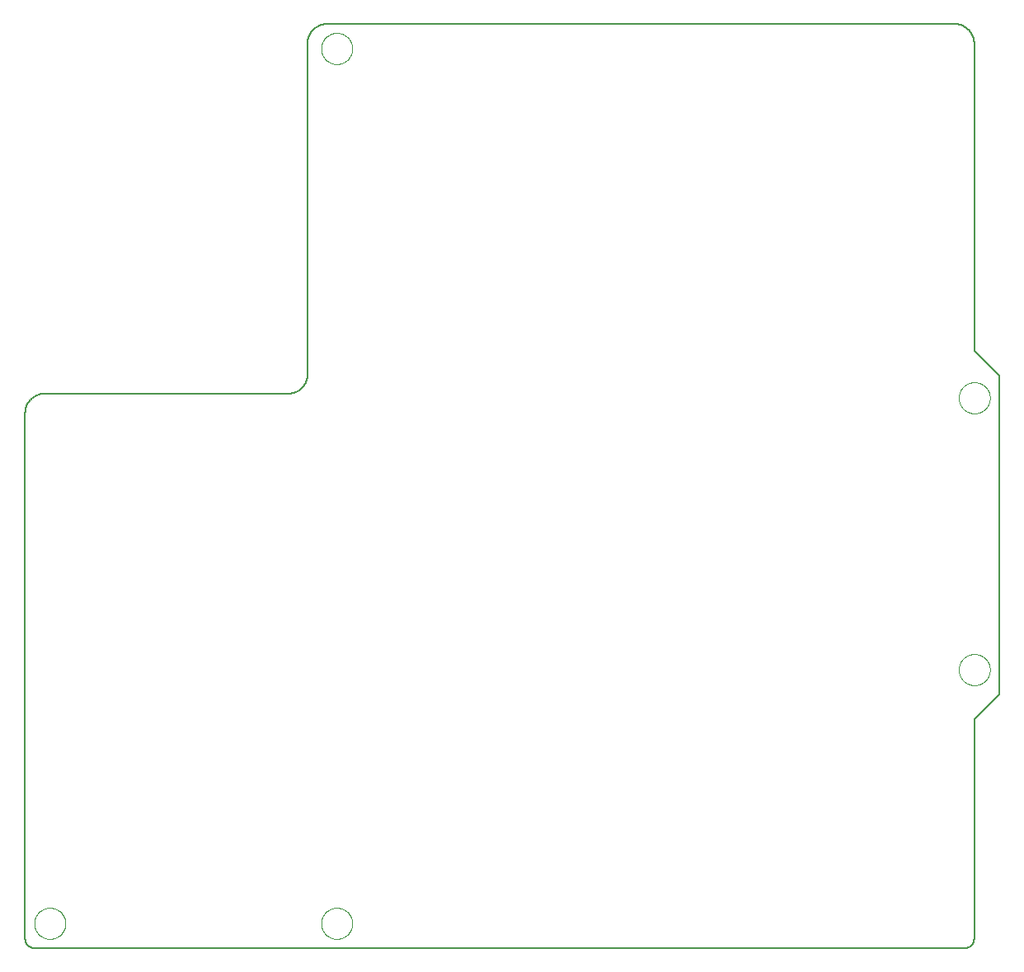
<source format=gbo>
G75*
%MOIN*%
%OFA0B0*%
%FSLAX25Y25*%
%IPPOS*%
%LPD*%
%AMOC8*
5,1,8,0,0,1.08239X$1,22.5*
%
%ADD10C,0.00591*%
%ADD11C,0.00000*%
D10*
X0001500Y0005437D02*
X0001500Y0218035D01*
X0001502Y0218225D01*
X0001509Y0218415D01*
X0001521Y0218605D01*
X0001537Y0218795D01*
X0001557Y0218984D01*
X0001583Y0219173D01*
X0001612Y0219361D01*
X0001647Y0219548D01*
X0001686Y0219734D01*
X0001729Y0219919D01*
X0001777Y0220104D01*
X0001829Y0220287D01*
X0001885Y0220468D01*
X0001946Y0220648D01*
X0002012Y0220827D01*
X0002081Y0221004D01*
X0002155Y0221180D01*
X0002233Y0221353D01*
X0002316Y0221525D01*
X0002402Y0221694D01*
X0002492Y0221862D01*
X0002587Y0222027D01*
X0002685Y0222190D01*
X0002788Y0222350D01*
X0002894Y0222508D01*
X0003004Y0222663D01*
X0003117Y0222816D01*
X0003235Y0222966D01*
X0003356Y0223112D01*
X0003480Y0223256D01*
X0003608Y0223397D01*
X0003739Y0223535D01*
X0003874Y0223670D01*
X0004012Y0223801D01*
X0004153Y0223929D01*
X0004297Y0224053D01*
X0004443Y0224174D01*
X0004593Y0224292D01*
X0004746Y0224405D01*
X0004901Y0224515D01*
X0005059Y0224621D01*
X0005219Y0224724D01*
X0005382Y0224822D01*
X0005547Y0224917D01*
X0005715Y0225007D01*
X0005884Y0225093D01*
X0006056Y0225176D01*
X0006229Y0225254D01*
X0006405Y0225328D01*
X0006582Y0225397D01*
X0006761Y0225463D01*
X0006941Y0225524D01*
X0007122Y0225580D01*
X0007305Y0225632D01*
X0007490Y0225680D01*
X0007675Y0225723D01*
X0007861Y0225762D01*
X0008048Y0225797D01*
X0008236Y0225826D01*
X0008425Y0225852D01*
X0008614Y0225872D01*
X0008804Y0225888D01*
X0008994Y0225900D01*
X0009184Y0225907D01*
X0009374Y0225909D01*
X0107799Y0225909D01*
X0107989Y0225911D01*
X0108179Y0225918D01*
X0108369Y0225930D01*
X0108559Y0225946D01*
X0108748Y0225966D01*
X0108937Y0225992D01*
X0109125Y0226021D01*
X0109312Y0226056D01*
X0109498Y0226095D01*
X0109683Y0226138D01*
X0109868Y0226186D01*
X0110051Y0226238D01*
X0110232Y0226294D01*
X0110412Y0226355D01*
X0110591Y0226421D01*
X0110768Y0226490D01*
X0110944Y0226564D01*
X0111117Y0226642D01*
X0111289Y0226725D01*
X0111458Y0226811D01*
X0111626Y0226901D01*
X0111791Y0226996D01*
X0111954Y0227094D01*
X0112114Y0227197D01*
X0112272Y0227303D01*
X0112427Y0227413D01*
X0112580Y0227526D01*
X0112730Y0227644D01*
X0112876Y0227765D01*
X0113020Y0227889D01*
X0113161Y0228017D01*
X0113299Y0228148D01*
X0113434Y0228283D01*
X0113565Y0228421D01*
X0113693Y0228562D01*
X0113817Y0228706D01*
X0113938Y0228852D01*
X0114056Y0229002D01*
X0114169Y0229155D01*
X0114279Y0229310D01*
X0114385Y0229468D01*
X0114488Y0229628D01*
X0114586Y0229791D01*
X0114681Y0229956D01*
X0114771Y0230124D01*
X0114857Y0230293D01*
X0114940Y0230465D01*
X0115018Y0230638D01*
X0115092Y0230814D01*
X0115161Y0230991D01*
X0115227Y0231170D01*
X0115288Y0231350D01*
X0115344Y0231531D01*
X0115396Y0231714D01*
X0115444Y0231899D01*
X0115487Y0232084D01*
X0115526Y0232270D01*
X0115561Y0232457D01*
X0115590Y0232645D01*
X0115616Y0232834D01*
X0115636Y0233023D01*
X0115652Y0233213D01*
X0115664Y0233403D01*
X0115671Y0233593D01*
X0115673Y0233783D01*
X0115673Y0367642D01*
X0115675Y0367832D01*
X0115682Y0368022D01*
X0115694Y0368212D01*
X0115710Y0368402D01*
X0115730Y0368591D01*
X0115756Y0368780D01*
X0115785Y0368968D01*
X0115820Y0369155D01*
X0115859Y0369341D01*
X0115902Y0369526D01*
X0115950Y0369711D01*
X0116002Y0369894D01*
X0116058Y0370075D01*
X0116119Y0370255D01*
X0116185Y0370434D01*
X0116254Y0370611D01*
X0116328Y0370787D01*
X0116406Y0370960D01*
X0116489Y0371132D01*
X0116575Y0371301D01*
X0116665Y0371469D01*
X0116760Y0371634D01*
X0116858Y0371797D01*
X0116961Y0371957D01*
X0117067Y0372115D01*
X0117177Y0372270D01*
X0117290Y0372423D01*
X0117408Y0372573D01*
X0117529Y0372719D01*
X0117653Y0372863D01*
X0117781Y0373004D01*
X0117912Y0373142D01*
X0118047Y0373277D01*
X0118185Y0373408D01*
X0118326Y0373536D01*
X0118470Y0373660D01*
X0118616Y0373781D01*
X0118766Y0373899D01*
X0118919Y0374012D01*
X0119074Y0374122D01*
X0119232Y0374228D01*
X0119392Y0374331D01*
X0119555Y0374429D01*
X0119720Y0374524D01*
X0119888Y0374614D01*
X0120057Y0374700D01*
X0120229Y0374783D01*
X0120402Y0374861D01*
X0120578Y0374935D01*
X0120755Y0375004D01*
X0120934Y0375070D01*
X0121114Y0375131D01*
X0121295Y0375187D01*
X0121478Y0375239D01*
X0121663Y0375287D01*
X0121848Y0375330D01*
X0122034Y0375369D01*
X0122221Y0375404D01*
X0122409Y0375433D01*
X0122598Y0375459D01*
X0122787Y0375479D01*
X0122977Y0375495D01*
X0123167Y0375507D01*
X0123357Y0375514D01*
X0123547Y0375516D01*
X0377327Y0375516D01*
X0377517Y0375514D01*
X0377707Y0375507D01*
X0377897Y0375495D01*
X0378087Y0375479D01*
X0378276Y0375459D01*
X0378465Y0375433D01*
X0378653Y0375404D01*
X0378840Y0375369D01*
X0379026Y0375330D01*
X0379211Y0375287D01*
X0379396Y0375239D01*
X0379579Y0375187D01*
X0379760Y0375131D01*
X0379940Y0375070D01*
X0380119Y0375004D01*
X0380296Y0374935D01*
X0380472Y0374861D01*
X0380645Y0374783D01*
X0380817Y0374700D01*
X0380986Y0374614D01*
X0381154Y0374524D01*
X0381319Y0374429D01*
X0381482Y0374331D01*
X0381642Y0374228D01*
X0381800Y0374122D01*
X0381955Y0374012D01*
X0382108Y0373899D01*
X0382258Y0373781D01*
X0382404Y0373660D01*
X0382548Y0373536D01*
X0382689Y0373408D01*
X0382827Y0373277D01*
X0382962Y0373142D01*
X0383093Y0373004D01*
X0383221Y0372863D01*
X0383345Y0372719D01*
X0383466Y0372573D01*
X0383584Y0372423D01*
X0383697Y0372270D01*
X0383807Y0372115D01*
X0383913Y0371957D01*
X0384016Y0371797D01*
X0384114Y0371634D01*
X0384209Y0371469D01*
X0384299Y0371301D01*
X0384385Y0371132D01*
X0384468Y0370960D01*
X0384546Y0370787D01*
X0384620Y0370611D01*
X0384689Y0370434D01*
X0384755Y0370255D01*
X0384816Y0370075D01*
X0384872Y0369894D01*
X0384924Y0369711D01*
X0384972Y0369526D01*
X0385015Y0369341D01*
X0385054Y0369155D01*
X0385089Y0368968D01*
X0385118Y0368780D01*
X0385144Y0368591D01*
X0385164Y0368402D01*
X0385180Y0368212D01*
X0385192Y0368022D01*
X0385199Y0367832D01*
X0385201Y0367642D01*
X0385201Y0243177D01*
X0395201Y0233177D01*
X0395201Y0104177D01*
X0385201Y0094177D01*
X0385201Y0005437D01*
X0385199Y0005313D01*
X0385193Y0005190D01*
X0385184Y0005066D01*
X0385170Y0004944D01*
X0385153Y0004821D01*
X0385131Y0004699D01*
X0385106Y0004578D01*
X0385077Y0004458D01*
X0385045Y0004339D01*
X0385008Y0004220D01*
X0384968Y0004103D01*
X0384925Y0003988D01*
X0384877Y0003873D01*
X0384826Y0003761D01*
X0384772Y0003650D01*
X0384714Y0003540D01*
X0384653Y0003433D01*
X0384588Y0003327D01*
X0384520Y0003224D01*
X0384449Y0003123D01*
X0384375Y0003024D01*
X0384298Y0002927D01*
X0384217Y0002833D01*
X0384134Y0002742D01*
X0384048Y0002653D01*
X0383959Y0002567D01*
X0383868Y0002484D01*
X0383774Y0002403D01*
X0383677Y0002326D01*
X0383578Y0002252D01*
X0383477Y0002181D01*
X0383374Y0002113D01*
X0383268Y0002048D01*
X0383161Y0001987D01*
X0383051Y0001929D01*
X0382940Y0001875D01*
X0382828Y0001824D01*
X0382713Y0001776D01*
X0382598Y0001733D01*
X0382481Y0001693D01*
X0382362Y0001656D01*
X0382243Y0001624D01*
X0382123Y0001595D01*
X0382002Y0001570D01*
X0381880Y0001548D01*
X0381757Y0001531D01*
X0381635Y0001517D01*
X0381511Y0001508D01*
X0381388Y0001502D01*
X0381264Y0001500D01*
X0005437Y0001500D01*
X0005313Y0001502D01*
X0005190Y0001508D01*
X0005066Y0001517D01*
X0004944Y0001531D01*
X0004821Y0001548D01*
X0004699Y0001570D01*
X0004578Y0001595D01*
X0004458Y0001624D01*
X0004339Y0001656D01*
X0004220Y0001693D01*
X0004103Y0001733D01*
X0003988Y0001776D01*
X0003873Y0001824D01*
X0003761Y0001875D01*
X0003650Y0001929D01*
X0003540Y0001987D01*
X0003433Y0002048D01*
X0003327Y0002113D01*
X0003224Y0002181D01*
X0003123Y0002252D01*
X0003024Y0002326D01*
X0002927Y0002403D01*
X0002833Y0002484D01*
X0002742Y0002567D01*
X0002653Y0002653D01*
X0002567Y0002742D01*
X0002484Y0002833D01*
X0002403Y0002927D01*
X0002326Y0003024D01*
X0002252Y0003123D01*
X0002181Y0003224D01*
X0002113Y0003327D01*
X0002048Y0003433D01*
X0001987Y0003540D01*
X0001929Y0003650D01*
X0001875Y0003761D01*
X0001824Y0003873D01*
X0001776Y0003988D01*
X0001733Y0004103D01*
X0001693Y0004220D01*
X0001656Y0004339D01*
X0001624Y0004458D01*
X0001595Y0004578D01*
X0001570Y0004699D01*
X0001548Y0004821D01*
X0001531Y0004944D01*
X0001517Y0005066D01*
X0001508Y0005190D01*
X0001502Y0005313D01*
X0001500Y0005437D01*
D11*
X0005201Y0011500D02*
X0005203Y0011658D01*
X0005209Y0011816D01*
X0005219Y0011974D01*
X0005233Y0012132D01*
X0005251Y0012289D01*
X0005272Y0012446D01*
X0005298Y0012602D01*
X0005328Y0012758D01*
X0005361Y0012913D01*
X0005399Y0013066D01*
X0005440Y0013219D01*
X0005485Y0013371D01*
X0005534Y0013522D01*
X0005587Y0013671D01*
X0005643Y0013819D01*
X0005703Y0013965D01*
X0005767Y0014110D01*
X0005835Y0014253D01*
X0005906Y0014395D01*
X0005980Y0014535D01*
X0006058Y0014672D01*
X0006140Y0014808D01*
X0006224Y0014942D01*
X0006313Y0015073D01*
X0006404Y0015202D01*
X0006499Y0015329D01*
X0006596Y0015454D01*
X0006697Y0015576D01*
X0006801Y0015695D01*
X0006908Y0015812D01*
X0007018Y0015926D01*
X0007131Y0016037D01*
X0007246Y0016146D01*
X0007364Y0016251D01*
X0007485Y0016353D01*
X0007608Y0016453D01*
X0007734Y0016549D01*
X0007862Y0016642D01*
X0007992Y0016732D01*
X0008125Y0016818D01*
X0008260Y0016902D01*
X0008396Y0016981D01*
X0008535Y0017058D01*
X0008676Y0017130D01*
X0008818Y0017200D01*
X0008962Y0017265D01*
X0009108Y0017327D01*
X0009255Y0017385D01*
X0009404Y0017440D01*
X0009554Y0017491D01*
X0009705Y0017538D01*
X0009857Y0017581D01*
X0010010Y0017620D01*
X0010165Y0017656D01*
X0010320Y0017687D01*
X0010476Y0017715D01*
X0010632Y0017739D01*
X0010789Y0017759D01*
X0010947Y0017775D01*
X0011104Y0017787D01*
X0011263Y0017795D01*
X0011421Y0017799D01*
X0011579Y0017799D01*
X0011737Y0017795D01*
X0011896Y0017787D01*
X0012053Y0017775D01*
X0012211Y0017759D01*
X0012368Y0017739D01*
X0012524Y0017715D01*
X0012680Y0017687D01*
X0012835Y0017656D01*
X0012990Y0017620D01*
X0013143Y0017581D01*
X0013295Y0017538D01*
X0013446Y0017491D01*
X0013596Y0017440D01*
X0013745Y0017385D01*
X0013892Y0017327D01*
X0014038Y0017265D01*
X0014182Y0017200D01*
X0014324Y0017130D01*
X0014465Y0017058D01*
X0014604Y0016981D01*
X0014740Y0016902D01*
X0014875Y0016818D01*
X0015008Y0016732D01*
X0015138Y0016642D01*
X0015266Y0016549D01*
X0015392Y0016453D01*
X0015515Y0016353D01*
X0015636Y0016251D01*
X0015754Y0016146D01*
X0015869Y0016037D01*
X0015982Y0015926D01*
X0016092Y0015812D01*
X0016199Y0015695D01*
X0016303Y0015576D01*
X0016404Y0015454D01*
X0016501Y0015329D01*
X0016596Y0015202D01*
X0016687Y0015073D01*
X0016776Y0014942D01*
X0016860Y0014808D01*
X0016942Y0014672D01*
X0017020Y0014535D01*
X0017094Y0014395D01*
X0017165Y0014253D01*
X0017233Y0014110D01*
X0017297Y0013965D01*
X0017357Y0013819D01*
X0017413Y0013671D01*
X0017466Y0013522D01*
X0017515Y0013371D01*
X0017560Y0013219D01*
X0017601Y0013066D01*
X0017639Y0012913D01*
X0017672Y0012758D01*
X0017702Y0012602D01*
X0017728Y0012446D01*
X0017749Y0012289D01*
X0017767Y0012132D01*
X0017781Y0011974D01*
X0017791Y0011816D01*
X0017797Y0011658D01*
X0017799Y0011500D01*
X0017797Y0011342D01*
X0017791Y0011184D01*
X0017781Y0011026D01*
X0017767Y0010868D01*
X0017749Y0010711D01*
X0017728Y0010554D01*
X0017702Y0010398D01*
X0017672Y0010242D01*
X0017639Y0010087D01*
X0017601Y0009934D01*
X0017560Y0009781D01*
X0017515Y0009629D01*
X0017466Y0009478D01*
X0017413Y0009329D01*
X0017357Y0009181D01*
X0017297Y0009035D01*
X0017233Y0008890D01*
X0017165Y0008747D01*
X0017094Y0008605D01*
X0017020Y0008465D01*
X0016942Y0008328D01*
X0016860Y0008192D01*
X0016776Y0008058D01*
X0016687Y0007927D01*
X0016596Y0007798D01*
X0016501Y0007671D01*
X0016404Y0007546D01*
X0016303Y0007424D01*
X0016199Y0007305D01*
X0016092Y0007188D01*
X0015982Y0007074D01*
X0015869Y0006963D01*
X0015754Y0006854D01*
X0015636Y0006749D01*
X0015515Y0006647D01*
X0015392Y0006547D01*
X0015266Y0006451D01*
X0015138Y0006358D01*
X0015008Y0006268D01*
X0014875Y0006182D01*
X0014740Y0006098D01*
X0014604Y0006019D01*
X0014465Y0005942D01*
X0014324Y0005870D01*
X0014182Y0005800D01*
X0014038Y0005735D01*
X0013892Y0005673D01*
X0013745Y0005615D01*
X0013596Y0005560D01*
X0013446Y0005509D01*
X0013295Y0005462D01*
X0013143Y0005419D01*
X0012990Y0005380D01*
X0012835Y0005344D01*
X0012680Y0005313D01*
X0012524Y0005285D01*
X0012368Y0005261D01*
X0012211Y0005241D01*
X0012053Y0005225D01*
X0011896Y0005213D01*
X0011737Y0005205D01*
X0011579Y0005201D01*
X0011421Y0005201D01*
X0011263Y0005205D01*
X0011104Y0005213D01*
X0010947Y0005225D01*
X0010789Y0005241D01*
X0010632Y0005261D01*
X0010476Y0005285D01*
X0010320Y0005313D01*
X0010165Y0005344D01*
X0010010Y0005380D01*
X0009857Y0005419D01*
X0009705Y0005462D01*
X0009554Y0005509D01*
X0009404Y0005560D01*
X0009255Y0005615D01*
X0009108Y0005673D01*
X0008962Y0005735D01*
X0008818Y0005800D01*
X0008676Y0005870D01*
X0008535Y0005942D01*
X0008396Y0006019D01*
X0008260Y0006098D01*
X0008125Y0006182D01*
X0007992Y0006268D01*
X0007862Y0006358D01*
X0007734Y0006451D01*
X0007608Y0006547D01*
X0007485Y0006647D01*
X0007364Y0006749D01*
X0007246Y0006854D01*
X0007131Y0006963D01*
X0007018Y0007074D01*
X0006908Y0007188D01*
X0006801Y0007305D01*
X0006697Y0007424D01*
X0006596Y0007546D01*
X0006499Y0007671D01*
X0006404Y0007798D01*
X0006313Y0007927D01*
X0006224Y0008058D01*
X0006140Y0008192D01*
X0006058Y0008328D01*
X0005980Y0008465D01*
X0005906Y0008605D01*
X0005835Y0008747D01*
X0005767Y0008890D01*
X0005703Y0009035D01*
X0005643Y0009181D01*
X0005587Y0009329D01*
X0005534Y0009478D01*
X0005485Y0009629D01*
X0005440Y0009781D01*
X0005399Y0009934D01*
X0005361Y0010087D01*
X0005328Y0010242D01*
X0005298Y0010398D01*
X0005272Y0010554D01*
X0005251Y0010711D01*
X0005233Y0010868D01*
X0005219Y0011026D01*
X0005209Y0011184D01*
X0005203Y0011342D01*
X0005201Y0011500D01*
X0121185Y0011500D02*
X0121187Y0011658D01*
X0121193Y0011816D01*
X0121203Y0011974D01*
X0121217Y0012132D01*
X0121235Y0012289D01*
X0121256Y0012446D01*
X0121282Y0012602D01*
X0121312Y0012758D01*
X0121345Y0012913D01*
X0121383Y0013066D01*
X0121424Y0013219D01*
X0121469Y0013371D01*
X0121518Y0013522D01*
X0121571Y0013671D01*
X0121627Y0013819D01*
X0121687Y0013965D01*
X0121751Y0014110D01*
X0121819Y0014253D01*
X0121890Y0014395D01*
X0121964Y0014535D01*
X0122042Y0014672D01*
X0122124Y0014808D01*
X0122208Y0014942D01*
X0122297Y0015073D01*
X0122388Y0015202D01*
X0122483Y0015329D01*
X0122580Y0015454D01*
X0122681Y0015576D01*
X0122785Y0015695D01*
X0122892Y0015812D01*
X0123002Y0015926D01*
X0123115Y0016037D01*
X0123230Y0016146D01*
X0123348Y0016251D01*
X0123469Y0016353D01*
X0123592Y0016453D01*
X0123718Y0016549D01*
X0123846Y0016642D01*
X0123976Y0016732D01*
X0124109Y0016818D01*
X0124244Y0016902D01*
X0124380Y0016981D01*
X0124519Y0017058D01*
X0124660Y0017130D01*
X0124802Y0017200D01*
X0124946Y0017265D01*
X0125092Y0017327D01*
X0125239Y0017385D01*
X0125388Y0017440D01*
X0125538Y0017491D01*
X0125689Y0017538D01*
X0125841Y0017581D01*
X0125994Y0017620D01*
X0126149Y0017656D01*
X0126304Y0017687D01*
X0126460Y0017715D01*
X0126616Y0017739D01*
X0126773Y0017759D01*
X0126931Y0017775D01*
X0127088Y0017787D01*
X0127247Y0017795D01*
X0127405Y0017799D01*
X0127563Y0017799D01*
X0127721Y0017795D01*
X0127880Y0017787D01*
X0128037Y0017775D01*
X0128195Y0017759D01*
X0128352Y0017739D01*
X0128508Y0017715D01*
X0128664Y0017687D01*
X0128819Y0017656D01*
X0128974Y0017620D01*
X0129127Y0017581D01*
X0129279Y0017538D01*
X0129430Y0017491D01*
X0129580Y0017440D01*
X0129729Y0017385D01*
X0129876Y0017327D01*
X0130022Y0017265D01*
X0130166Y0017200D01*
X0130308Y0017130D01*
X0130449Y0017058D01*
X0130588Y0016981D01*
X0130724Y0016902D01*
X0130859Y0016818D01*
X0130992Y0016732D01*
X0131122Y0016642D01*
X0131250Y0016549D01*
X0131376Y0016453D01*
X0131499Y0016353D01*
X0131620Y0016251D01*
X0131738Y0016146D01*
X0131853Y0016037D01*
X0131966Y0015926D01*
X0132076Y0015812D01*
X0132183Y0015695D01*
X0132287Y0015576D01*
X0132388Y0015454D01*
X0132485Y0015329D01*
X0132580Y0015202D01*
X0132671Y0015073D01*
X0132760Y0014942D01*
X0132844Y0014808D01*
X0132926Y0014672D01*
X0133004Y0014535D01*
X0133078Y0014395D01*
X0133149Y0014253D01*
X0133217Y0014110D01*
X0133281Y0013965D01*
X0133341Y0013819D01*
X0133397Y0013671D01*
X0133450Y0013522D01*
X0133499Y0013371D01*
X0133544Y0013219D01*
X0133585Y0013066D01*
X0133623Y0012913D01*
X0133656Y0012758D01*
X0133686Y0012602D01*
X0133712Y0012446D01*
X0133733Y0012289D01*
X0133751Y0012132D01*
X0133765Y0011974D01*
X0133775Y0011816D01*
X0133781Y0011658D01*
X0133783Y0011500D01*
X0133781Y0011342D01*
X0133775Y0011184D01*
X0133765Y0011026D01*
X0133751Y0010868D01*
X0133733Y0010711D01*
X0133712Y0010554D01*
X0133686Y0010398D01*
X0133656Y0010242D01*
X0133623Y0010087D01*
X0133585Y0009934D01*
X0133544Y0009781D01*
X0133499Y0009629D01*
X0133450Y0009478D01*
X0133397Y0009329D01*
X0133341Y0009181D01*
X0133281Y0009035D01*
X0133217Y0008890D01*
X0133149Y0008747D01*
X0133078Y0008605D01*
X0133004Y0008465D01*
X0132926Y0008328D01*
X0132844Y0008192D01*
X0132760Y0008058D01*
X0132671Y0007927D01*
X0132580Y0007798D01*
X0132485Y0007671D01*
X0132388Y0007546D01*
X0132287Y0007424D01*
X0132183Y0007305D01*
X0132076Y0007188D01*
X0131966Y0007074D01*
X0131853Y0006963D01*
X0131738Y0006854D01*
X0131620Y0006749D01*
X0131499Y0006647D01*
X0131376Y0006547D01*
X0131250Y0006451D01*
X0131122Y0006358D01*
X0130992Y0006268D01*
X0130859Y0006182D01*
X0130724Y0006098D01*
X0130588Y0006019D01*
X0130449Y0005942D01*
X0130308Y0005870D01*
X0130166Y0005800D01*
X0130022Y0005735D01*
X0129876Y0005673D01*
X0129729Y0005615D01*
X0129580Y0005560D01*
X0129430Y0005509D01*
X0129279Y0005462D01*
X0129127Y0005419D01*
X0128974Y0005380D01*
X0128819Y0005344D01*
X0128664Y0005313D01*
X0128508Y0005285D01*
X0128352Y0005261D01*
X0128195Y0005241D01*
X0128037Y0005225D01*
X0127880Y0005213D01*
X0127721Y0005205D01*
X0127563Y0005201D01*
X0127405Y0005201D01*
X0127247Y0005205D01*
X0127088Y0005213D01*
X0126931Y0005225D01*
X0126773Y0005241D01*
X0126616Y0005261D01*
X0126460Y0005285D01*
X0126304Y0005313D01*
X0126149Y0005344D01*
X0125994Y0005380D01*
X0125841Y0005419D01*
X0125689Y0005462D01*
X0125538Y0005509D01*
X0125388Y0005560D01*
X0125239Y0005615D01*
X0125092Y0005673D01*
X0124946Y0005735D01*
X0124802Y0005800D01*
X0124660Y0005870D01*
X0124519Y0005942D01*
X0124380Y0006019D01*
X0124244Y0006098D01*
X0124109Y0006182D01*
X0123976Y0006268D01*
X0123846Y0006358D01*
X0123718Y0006451D01*
X0123592Y0006547D01*
X0123469Y0006647D01*
X0123348Y0006749D01*
X0123230Y0006854D01*
X0123115Y0006963D01*
X0123002Y0007074D01*
X0122892Y0007188D01*
X0122785Y0007305D01*
X0122681Y0007424D01*
X0122580Y0007546D01*
X0122483Y0007671D01*
X0122388Y0007798D01*
X0122297Y0007927D01*
X0122208Y0008058D01*
X0122124Y0008192D01*
X0122042Y0008328D01*
X0121964Y0008465D01*
X0121890Y0008605D01*
X0121819Y0008747D01*
X0121751Y0008890D01*
X0121687Y0009035D01*
X0121627Y0009181D01*
X0121571Y0009329D01*
X0121518Y0009478D01*
X0121469Y0009629D01*
X0121424Y0009781D01*
X0121383Y0009934D01*
X0121345Y0010087D01*
X0121312Y0010242D01*
X0121282Y0010398D01*
X0121256Y0010554D01*
X0121235Y0010711D01*
X0121217Y0010868D01*
X0121203Y0011026D01*
X0121193Y0011184D01*
X0121187Y0011342D01*
X0121185Y0011500D01*
X0378981Y0114177D02*
X0378983Y0114335D01*
X0378989Y0114493D01*
X0378999Y0114651D01*
X0379013Y0114809D01*
X0379031Y0114966D01*
X0379052Y0115123D01*
X0379078Y0115279D01*
X0379108Y0115435D01*
X0379141Y0115590D01*
X0379179Y0115743D01*
X0379220Y0115896D01*
X0379265Y0116048D01*
X0379314Y0116199D01*
X0379367Y0116348D01*
X0379423Y0116496D01*
X0379483Y0116642D01*
X0379547Y0116787D01*
X0379615Y0116930D01*
X0379686Y0117072D01*
X0379760Y0117212D01*
X0379838Y0117349D01*
X0379920Y0117485D01*
X0380004Y0117619D01*
X0380093Y0117750D01*
X0380184Y0117879D01*
X0380279Y0118006D01*
X0380376Y0118131D01*
X0380477Y0118253D01*
X0380581Y0118372D01*
X0380688Y0118489D01*
X0380798Y0118603D01*
X0380911Y0118714D01*
X0381026Y0118823D01*
X0381144Y0118928D01*
X0381265Y0119030D01*
X0381388Y0119130D01*
X0381514Y0119226D01*
X0381642Y0119319D01*
X0381772Y0119409D01*
X0381905Y0119495D01*
X0382040Y0119579D01*
X0382176Y0119658D01*
X0382315Y0119735D01*
X0382456Y0119807D01*
X0382598Y0119877D01*
X0382742Y0119942D01*
X0382888Y0120004D01*
X0383035Y0120062D01*
X0383184Y0120117D01*
X0383334Y0120168D01*
X0383485Y0120215D01*
X0383637Y0120258D01*
X0383790Y0120297D01*
X0383945Y0120333D01*
X0384100Y0120364D01*
X0384256Y0120392D01*
X0384412Y0120416D01*
X0384569Y0120436D01*
X0384727Y0120452D01*
X0384884Y0120464D01*
X0385043Y0120472D01*
X0385201Y0120476D01*
X0385359Y0120476D01*
X0385517Y0120472D01*
X0385676Y0120464D01*
X0385833Y0120452D01*
X0385991Y0120436D01*
X0386148Y0120416D01*
X0386304Y0120392D01*
X0386460Y0120364D01*
X0386615Y0120333D01*
X0386770Y0120297D01*
X0386923Y0120258D01*
X0387075Y0120215D01*
X0387226Y0120168D01*
X0387376Y0120117D01*
X0387525Y0120062D01*
X0387672Y0120004D01*
X0387818Y0119942D01*
X0387962Y0119877D01*
X0388104Y0119807D01*
X0388245Y0119735D01*
X0388384Y0119658D01*
X0388520Y0119579D01*
X0388655Y0119495D01*
X0388788Y0119409D01*
X0388918Y0119319D01*
X0389046Y0119226D01*
X0389172Y0119130D01*
X0389295Y0119030D01*
X0389416Y0118928D01*
X0389534Y0118823D01*
X0389649Y0118714D01*
X0389762Y0118603D01*
X0389872Y0118489D01*
X0389979Y0118372D01*
X0390083Y0118253D01*
X0390184Y0118131D01*
X0390281Y0118006D01*
X0390376Y0117879D01*
X0390467Y0117750D01*
X0390556Y0117619D01*
X0390640Y0117485D01*
X0390722Y0117349D01*
X0390800Y0117212D01*
X0390874Y0117072D01*
X0390945Y0116930D01*
X0391013Y0116787D01*
X0391077Y0116642D01*
X0391137Y0116496D01*
X0391193Y0116348D01*
X0391246Y0116199D01*
X0391295Y0116048D01*
X0391340Y0115896D01*
X0391381Y0115743D01*
X0391419Y0115590D01*
X0391452Y0115435D01*
X0391482Y0115279D01*
X0391508Y0115123D01*
X0391529Y0114966D01*
X0391547Y0114809D01*
X0391561Y0114651D01*
X0391571Y0114493D01*
X0391577Y0114335D01*
X0391579Y0114177D01*
X0391577Y0114019D01*
X0391571Y0113861D01*
X0391561Y0113703D01*
X0391547Y0113545D01*
X0391529Y0113388D01*
X0391508Y0113231D01*
X0391482Y0113075D01*
X0391452Y0112919D01*
X0391419Y0112764D01*
X0391381Y0112611D01*
X0391340Y0112458D01*
X0391295Y0112306D01*
X0391246Y0112155D01*
X0391193Y0112006D01*
X0391137Y0111858D01*
X0391077Y0111712D01*
X0391013Y0111567D01*
X0390945Y0111424D01*
X0390874Y0111282D01*
X0390800Y0111142D01*
X0390722Y0111005D01*
X0390640Y0110869D01*
X0390556Y0110735D01*
X0390467Y0110604D01*
X0390376Y0110475D01*
X0390281Y0110348D01*
X0390184Y0110223D01*
X0390083Y0110101D01*
X0389979Y0109982D01*
X0389872Y0109865D01*
X0389762Y0109751D01*
X0389649Y0109640D01*
X0389534Y0109531D01*
X0389416Y0109426D01*
X0389295Y0109324D01*
X0389172Y0109224D01*
X0389046Y0109128D01*
X0388918Y0109035D01*
X0388788Y0108945D01*
X0388655Y0108859D01*
X0388520Y0108775D01*
X0388384Y0108696D01*
X0388245Y0108619D01*
X0388104Y0108547D01*
X0387962Y0108477D01*
X0387818Y0108412D01*
X0387672Y0108350D01*
X0387525Y0108292D01*
X0387376Y0108237D01*
X0387226Y0108186D01*
X0387075Y0108139D01*
X0386923Y0108096D01*
X0386770Y0108057D01*
X0386615Y0108021D01*
X0386460Y0107990D01*
X0386304Y0107962D01*
X0386148Y0107938D01*
X0385991Y0107918D01*
X0385833Y0107902D01*
X0385676Y0107890D01*
X0385517Y0107882D01*
X0385359Y0107878D01*
X0385201Y0107878D01*
X0385043Y0107882D01*
X0384884Y0107890D01*
X0384727Y0107902D01*
X0384569Y0107918D01*
X0384412Y0107938D01*
X0384256Y0107962D01*
X0384100Y0107990D01*
X0383945Y0108021D01*
X0383790Y0108057D01*
X0383637Y0108096D01*
X0383485Y0108139D01*
X0383334Y0108186D01*
X0383184Y0108237D01*
X0383035Y0108292D01*
X0382888Y0108350D01*
X0382742Y0108412D01*
X0382598Y0108477D01*
X0382456Y0108547D01*
X0382315Y0108619D01*
X0382176Y0108696D01*
X0382040Y0108775D01*
X0381905Y0108859D01*
X0381772Y0108945D01*
X0381642Y0109035D01*
X0381514Y0109128D01*
X0381388Y0109224D01*
X0381265Y0109324D01*
X0381144Y0109426D01*
X0381026Y0109531D01*
X0380911Y0109640D01*
X0380798Y0109751D01*
X0380688Y0109865D01*
X0380581Y0109982D01*
X0380477Y0110101D01*
X0380376Y0110223D01*
X0380279Y0110348D01*
X0380184Y0110475D01*
X0380093Y0110604D01*
X0380004Y0110735D01*
X0379920Y0110869D01*
X0379838Y0111005D01*
X0379760Y0111142D01*
X0379686Y0111282D01*
X0379615Y0111424D01*
X0379547Y0111567D01*
X0379483Y0111712D01*
X0379423Y0111858D01*
X0379367Y0112006D01*
X0379314Y0112155D01*
X0379265Y0112306D01*
X0379220Y0112458D01*
X0379179Y0112611D01*
X0379141Y0112764D01*
X0379108Y0112919D01*
X0379078Y0113075D01*
X0379052Y0113231D01*
X0379031Y0113388D01*
X0379013Y0113545D01*
X0378999Y0113703D01*
X0378989Y0113861D01*
X0378983Y0114019D01*
X0378981Y0114177D01*
X0378981Y0224177D02*
X0378983Y0224335D01*
X0378989Y0224493D01*
X0378999Y0224651D01*
X0379013Y0224809D01*
X0379031Y0224966D01*
X0379052Y0225123D01*
X0379078Y0225279D01*
X0379108Y0225435D01*
X0379141Y0225590D01*
X0379179Y0225743D01*
X0379220Y0225896D01*
X0379265Y0226048D01*
X0379314Y0226199D01*
X0379367Y0226348D01*
X0379423Y0226496D01*
X0379483Y0226642D01*
X0379547Y0226787D01*
X0379615Y0226930D01*
X0379686Y0227072D01*
X0379760Y0227212D01*
X0379838Y0227349D01*
X0379920Y0227485D01*
X0380004Y0227619D01*
X0380093Y0227750D01*
X0380184Y0227879D01*
X0380279Y0228006D01*
X0380376Y0228131D01*
X0380477Y0228253D01*
X0380581Y0228372D01*
X0380688Y0228489D01*
X0380798Y0228603D01*
X0380911Y0228714D01*
X0381026Y0228823D01*
X0381144Y0228928D01*
X0381265Y0229030D01*
X0381388Y0229130D01*
X0381514Y0229226D01*
X0381642Y0229319D01*
X0381772Y0229409D01*
X0381905Y0229495D01*
X0382040Y0229579D01*
X0382176Y0229658D01*
X0382315Y0229735D01*
X0382456Y0229807D01*
X0382598Y0229877D01*
X0382742Y0229942D01*
X0382888Y0230004D01*
X0383035Y0230062D01*
X0383184Y0230117D01*
X0383334Y0230168D01*
X0383485Y0230215D01*
X0383637Y0230258D01*
X0383790Y0230297D01*
X0383945Y0230333D01*
X0384100Y0230364D01*
X0384256Y0230392D01*
X0384412Y0230416D01*
X0384569Y0230436D01*
X0384727Y0230452D01*
X0384884Y0230464D01*
X0385043Y0230472D01*
X0385201Y0230476D01*
X0385359Y0230476D01*
X0385517Y0230472D01*
X0385676Y0230464D01*
X0385833Y0230452D01*
X0385991Y0230436D01*
X0386148Y0230416D01*
X0386304Y0230392D01*
X0386460Y0230364D01*
X0386615Y0230333D01*
X0386770Y0230297D01*
X0386923Y0230258D01*
X0387075Y0230215D01*
X0387226Y0230168D01*
X0387376Y0230117D01*
X0387525Y0230062D01*
X0387672Y0230004D01*
X0387818Y0229942D01*
X0387962Y0229877D01*
X0388104Y0229807D01*
X0388245Y0229735D01*
X0388384Y0229658D01*
X0388520Y0229579D01*
X0388655Y0229495D01*
X0388788Y0229409D01*
X0388918Y0229319D01*
X0389046Y0229226D01*
X0389172Y0229130D01*
X0389295Y0229030D01*
X0389416Y0228928D01*
X0389534Y0228823D01*
X0389649Y0228714D01*
X0389762Y0228603D01*
X0389872Y0228489D01*
X0389979Y0228372D01*
X0390083Y0228253D01*
X0390184Y0228131D01*
X0390281Y0228006D01*
X0390376Y0227879D01*
X0390467Y0227750D01*
X0390556Y0227619D01*
X0390640Y0227485D01*
X0390722Y0227349D01*
X0390800Y0227212D01*
X0390874Y0227072D01*
X0390945Y0226930D01*
X0391013Y0226787D01*
X0391077Y0226642D01*
X0391137Y0226496D01*
X0391193Y0226348D01*
X0391246Y0226199D01*
X0391295Y0226048D01*
X0391340Y0225896D01*
X0391381Y0225743D01*
X0391419Y0225590D01*
X0391452Y0225435D01*
X0391482Y0225279D01*
X0391508Y0225123D01*
X0391529Y0224966D01*
X0391547Y0224809D01*
X0391561Y0224651D01*
X0391571Y0224493D01*
X0391577Y0224335D01*
X0391579Y0224177D01*
X0391577Y0224019D01*
X0391571Y0223861D01*
X0391561Y0223703D01*
X0391547Y0223545D01*
X0391529Y0223388D01*
X0391508Y0223231D01*
X0391482Y0223075D01*
X0391452Y0222919D01*
X0391419Y0222764D01*
X0391381Y0222611D01*
X0391340Y0222458D01*
X0391295Y0222306D01*
X0391246Y0222155D01*
X0391193Y0222006D01*
X0391137Y0221858D01*
X0391077Y0221712D01*
X0391013Y0221567D01*
X0390945Y0221424D01*
X0390874Y0221282D01*
X0390800Y0221142D01*
X0390722Y0221005D01*
X0390640Y0220869D01*
X0390556Y0220735D01*
X0390467Y0220604D01*
X0390376Y0220475D01*
X0390281Y0220348D01*
X0390184Y0220223D01*
X0390083Y0220101D01*
X0389979Y0219982D01*
X0389872Y0219865D01*
X0389762Y0219751D01*
X0389649Y0219640D01*
X0389534Y0219531D01*
X0389416Y0219426D01*
X0389295Y0219324D01*
X0389172Y0219224D01*
X0389046Y0219128D01*
X0388918Y0219035D01*
X0388788Y0218945D01*
X0388655Y0218859D01*
X0388520Y0218775D01*
X0388384Y0218696D01*
X0388245Y0218619D01*
X0388104Y0218547D01*
X0387962Y0218477D01*
X0387818Y0218412D01*
X0387672Y0218350D01*
X0387525Y0218292D01*
X0387376Y0218237D01*
X0387226Y0218186D01*
X0387075Y0218139D01*
X0386923Y0218096D01*
X0386770Y0218057D01*
X0386615Y0218021D01*
X0386460Y0217990D01*
X0386304Y0217962D01*
X0386148Y0217938D01*
X0385991Y0217918D01*
X0385833Y0217902D01*
X0385676Y0217890D01*
X0385517Y0217882D01*
X0385359Y0217878D01*
X0385201Y0217878D01*
X0385043Y0217882D01*
X0384884Y0217890D01*
X0384727Y0217902D01*
X0384569Y0217918D01*
X0384412Y0217938D01*
X0384256Y0217962D01*
X0384100Y0217990D01*
X0383945Y0218021D01*
X0383790Y0218057D01*
X0383637Y0218096D01*
X0383485Y0218139D01*
X0383334Y0218186D01*
X0383184Y0218237D01*
X0383035Y0218292D01*
X0382888Y0218350D01*
X0382742Y0218412D01*
X0382598Y0218477D01*
X0382456Y0218547D01*
X0382315Y0218619D01*
X0382176Y0218696D01*
X0382040Y0218775D01*
X0381905Y0218859D01*
X0381772Y0218945D01*
X0381642Y0219035D01*
X0381514Y0219128D01*
X0381388Y0219224D01*
X0381265Y0219324D01*
X0381144Y0219426D01*
X0381026Y0219531D01*
X0380911Y0219640D01*
X0380798Y0219751D01*
X0380688Y0219865D01*
X0380581Y0219982D01*
X0380477Y0220101D01*
X0380376Y0220223D01*
X0380279Y0220348D01*
X0380184Y0220475D01*
X0380093Y0220604D01*
X0380004Y0220735D01*
X0379920Y0220869D01*
X0379838Y0221005D01*
X0379760Y0221142D01*
X0379686Y0221282D01*
X0379615Y0221424D01*
X0379547Y0221567D01*
X0379483Y0221712D01*
X0379423Y0221858D01*
X0379367Y0222006D01*
X0379314Y0222155D01*
X0379265Y0222306D01*
X0379220Y0222458D01*
X0379179Y0222611D01*
X0379141Y0222764D01*
X0379108Y0222919D01*
X0379078Y0223075D01*
X0379052Y0223231D01*
X0379031Y0223388D01*
X0379013Y0223545D01*
X0378999Y0223703D01*
X0378989Y0223861D01*
X0378983Y0224019D01*
X0378981Y0224177D01*
X0121185Y0365516D02*
X0121187Y0365674D01*
X0121193Y0365832D01*
X0121203Y0365990D01*
X0121217Y0366148D01*
X0121235Y0366305D01*
X0121256Y0366462D01*
X0121282Y0366618D01*
X0121312Y0366774D01*
X0121345Y0366929D01*
X0121383Y0367082D01*
X0121424Y0367235D01*
X0121469Y0367387D01*
X0121518Y0367538D01*
X0121571Y0367687D01*
X0121627Y0367835D01*
X0121687Y0367981D01*
X0121751Y0368126D01*
X0121819Y0368269D01*
X0121890Y0368411D01*
X0121964Y0368551D01*
X0122042Y0368688D01*
X0122124Y0368824D01*
X0122208Y0368958D01*
X0122297Y0369089D01*
X0122388Y0369218D01*
X0122483Y0369345D01*
X0122580Y0369470D01*
X0122681Y0369592D01*
X0122785Y0369711D01*
X0122892Y0369828D01*
X0123002Y0369942D01*
X0123115Y0370053D01*
X0123230Y0370162D01*
X0123348Y0370267D01*
X0123469Y0370369D01*
X0123592Y0370469D01*
X0123718Y0370565D01*
X0123846Y0370658D01*
X0123976Y0370748D01*
X0124109Y0370834D01*
X0124244Y0370918D01*
X0124380Y0370997D01*
X0124519Y0371074D01*
X0124660Y0371146D01*
X0124802Y0371216D01*
X0124946Y0371281D01*
X0125092Y0371343D01*
X0125239Y0371401D01*
X0125388Y0371456D01*
X0125538Y0371507D01*
X0125689Y0371554D01*
X0125841Y0371597D01*
X0125994Y0371636D01*
X0126149Y0371672D01*
X0126304Y0371703D01*
X0126460Y0371731D01*
X0126616Y0371755D01*
X0126773Y0371775D01*
X0126931Y0371791D01*
X0127088Y0371803D01*
X0127247Y0371811D01*
X0127405Y0371815D01*
X0127563Y0371815D01*
X0127721Y0371811D01*
X0127880Y0371803D01*
X0128037Y0371791D01*
X0128195Y0371775D01*
X0128352Y0371755D01*
X0128508Y0371731D01*
X0128664Y0371703D01*
X0128819Y0371672D01*
X0128974Y0371636D01*
X0129127Y0371597D01*
X0129279Y0371554D01*
X0129430Y0371507D01*
X0129580Y0371456D01*
X0129729Y0371401D01*
X0129876Y0371343D01*
X0130022Y0371281D01*
X0130166Y0371216D01*
X0130308Y0371146D01*
X0130449Y0371074D01*
X0130588Y0370997D01*
X0130724Y0370918D01*
X0130859Y0370834D01*
X0130992Y0370748D01*
X0131122Y0370658D01*
X0131250Y0370565D01*
X0131376Y0370469D01*
X0131499Y0370369D01*
X0131620Y0370267D01*
X0131738Y0370162D01*
X0131853Y0370053D01*
X0131966Y0369942D01*
X0132076Y0369828D01*
X0132183Y0369711D01*
X0132287Y0369592D01*
X0132388Y0369470D01*
X0132485Y0369345D01*
X0132580Y0369218D01*
X0132671Y0369089D01*
X0132760Y0368958D01*
X0132844Y0368824D01*
X0132926Y0368688D01*
X0133004Y0368551D01*
X0133078Y0368411D01*
X0133149Y0368269D01*
X0133217Y0368126D01*
X0133281Y0367981D01*
X0133341Y0367835D01*
X0133397Y0367687D01*
X0133450Y0367538D01*
X0133499Y0367387D01*
X0133544Y0367235D01*
X0133585Y0367082D01*
X0133623Y0366929D01*
X0133656Y0366774D01*
X0133686Y0366618D01*
X0133712Y0366462D01*
X0133733Y0366305D01*
X0133751Y0366148D01*
X0133765Y0365990D01*
X0133775Y0365832D01*
X0133781Y0365674D01*
X0133783Y0365516D01*
X0133781Y0365358D01*
X0133775Y0365200D01*
X0133765Y0365042D01*
X0133751Y0364884D01*
X0133733Y0364727D01*
X0133712Y0364570D01*
X0133686Y0364414D01*
X0133656Y0364258D01*
X0133623Y0364103D01*
X0133585Y0363950D01*
X0133544Y0363797D01*
X0133499Y0363645D01*
X0133450Y0363494D01*
X0133397Y0363345D01*
X0133341Y0363197D01*
X0133281Y0363051D01*
X0133217Y0362906D01*
X0133149Y0362763D01*
X0133078Y0362621D01*
X0133004Y0362481D01*
X0132926Y0362344D01*
X0132844Y0362208D01*
X0132760Y0362074D01*
X0132671Y0361943D01*
X0132580Y0361814D01*
X0132485Y0361687D01*
X0132388Y0361562D01*
X0132287Y0361440D01*
X0132183Y0361321D01*
X0132076Y0361204D01*
X0131966Y0361090D01*
X0131853Y0360979D01*
X0131738Y0360870D01*
X0131620Y0360765D01*
X0131499Y0360663D01*
X0131376Y0360563D01*
X0131250Y0360467D01*
X0131122Y0360374D01*
X0130992Y0360284D01*
X0130859Y0360198D01*
X0130724Y0360114D01*
X0130588Y0360035D01*
X0130449Y0359958D01*
X0130308Y0359886D01*
X0130166Y0359816D01*
X0130022Y0359751D01*
X0129876Y0359689D01*
X0129729Y0359631D01*
X0129580Y0359576D01*
X0129430Y0359525D01*
X0129279Y0359478D01*
X0129127Y0359435D01*
X0128974Y0359396D01*
X0128819Y0359360D01*
X0128664Y0359329D01*
X0128508Y0359301D01*
X0128352Y0359277D01*
X0128195Y0359257D01*
X0128037Y0359241D01*
X0127880Y0359229D01*
X0127721Y0359221D01*
X0127563Y0359217D01*
X0127405Y0359217D01*
X0127247Y0359221D01*
X0127088Y0359229D01*
X0126931Y0359241D01*
X0126773Y0359257D01*
X0126616Y0359277D01*
X0126460Y0359301D01*
X0126304Y0359329D01*
X0126149Y0359360D01*
X0125994Y0359396D01*
X0125841Y0359435D01*
X0125689Y0359478D01*
X0125538Y0359525D01*
X0125388Y0359576D01*
X0125239Y0359631D01*
X0125092Y0359689D01*
X0124946Y0359751D01*
X0124802Y0359816D01*
X0124660Y0359886D01*
X0124519Y0359958D01*
X0124380Y0360035D01*
X0124244Y0360114D01*
X0124109Y0360198D01*
X0123976Y0360284D01*
X0123846Y0360374D01*
X0123718Y0360467D01*
X0123592Y0360563D01*
X0123469Y0360663D01*
X0123348Y0360765D01*
X0123230Y0360870D01*
X0123115Y0360979D01*
X0123002Y0361090D01*
X0122892Y0361204D01*
X0122785Y0361321D01*
X0122681Y0361440D01*
X0122580Y0361562D01*
X0122483Y0361687D01*
X0122388Y0361814D01*
X0122297Y0361943D01*
X0122208Y0362074D01*
X0122124Y0362208D01*
X0122042Y0362344D01*
X0121964Y0362481D01*
X0121890Y0362621D01*
X0121819Y0362763D01*
X0121751Y0362906D01*
X0121687Y0363051D01*
X0121627Y0363197D01*
X0121571Y0363345D01*
X0121518Y0363494D01*
X0121469Y0363645D01*
X0121424Y0363797D01*
X0121383Y0363950D01*
X0121345Y0364103D01*
X0121312Y0364258D01*
X0121282Y0364414D01*
X0121256Y0364570D01*
X0121235Y0364727D01*
X0121217Y0364884D01*
X0121203Y0365042D01*
X0121193Y0365200D01*
X0121187Y0365358D01*
X0121185Y0365516D01*
M02*

</source>
